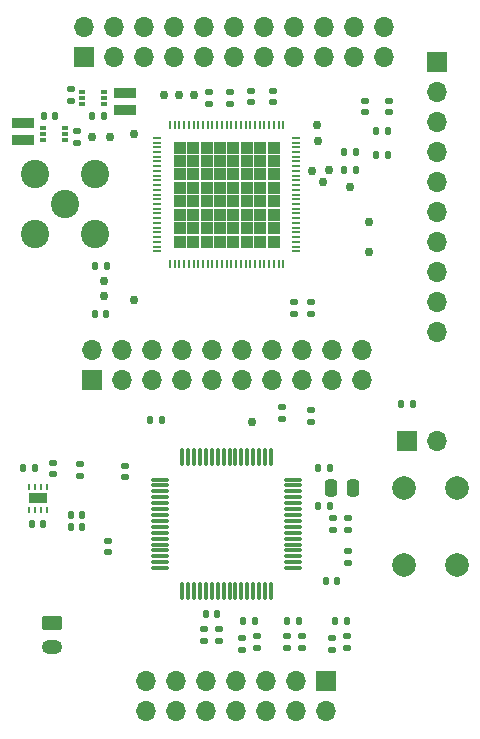
<source format=gbr>
%TF.GenerationSoftware,KiCad,Pcbnew,(6.0.7)*%
%TF.CreationDate,2022-09-29T10:24:13-07:00*%
%TF.ProjectId,sulu_ads1299,73756c75-5f61-4647-9331-3239392e6b69,rev?*%
%TF.SameCoordinates,Original*%
%TF.FileFunction,Soldermask,Top*%
%TF.FilePolarity,Negative*%
%FSLAX46Y46*%
G04 Gerber Fmt 4.6, Leading zero omitted, Abs format (unit mm)*
G04 Created by KiCad (PCBNEW (6.0.7)) date 2022-09-29 10:24:13*
%MOMM*%
%LPD*%
G01*
G04 APERTURE LIST*
G04 Aperture macros list*
%AMRoundRect*
0 Rectangle with rounded corners*
0 $1 Rounding radius*
0 $2 $3 $4 $5 $6 $7 $8 $9 X,Y pos of 4 corners*
0 Add a 4 corners polygon primitive as box body*
4,1,4,$2,$3,$4,$5,$6,$7,$8,$9,$2,$3,0*
0 Add four circle primitives for the rounded corners*
1,1,$1+$1,$2,$3*
1,1,$1+$1,$4,$5*
1,1,$1+$1,$6,$7*
1,1,$1+$1,$8,$9*
0 Add four rect primitives between the rounded corners*
20,1,$1+$1,$2,$3,$4,$5,0*
20,1,$1+$1,$4,$5,$6,$7,0*
20,1,$1+$1,$6,$7,$8,$9,0*
20,1,$1+$1,$8,$9,$2,$3,0*%
G04 Aperture macros list end*
%ADD10RoundRect,0.140000X0.170000X-0.140000X0.170000X0.140000X-0.170000X0.140000X-0.170000X-0.140000X0*%
%ADD11RoundRect,0.140000X-0.140000X-0.170000X0.140000X-0.170000X0.140000X0.170000X-0.140000X0.170000X0*%
%ADD12C,0.762000*%
%ADD13RoundRect,0.135000X0.185000X-0.135000X0.185000X0.135000X-0.185000X0.135000X-0.185000X-0.135000X0*%
%ADD14RoundRect,0.140000X0.140000X0.170000X-0.140000X0.170000X-0.140000X-0.170000X0.140000X-0.170000X0*%
%ADD15R,0.250000X0.500000*%
%ADD16R,1.600000X0.900000*%
%ADD17RoundRect,0.140000X-0.170000X0.140000X-0.170000X-0.140000X0.170000X-0.140000X0.170000X0.140000X0*%
%ADD18RoundRect,0.135000X0.135000X0.185000X-0.135000X0.185000X-0.135000X-0.185000X0.135000X-0.185000X0*%
%ADD19R,0.500000X0.300000*%
%ADD20RoundRect,0.135000X-0.135000X-0.185000X0.135000X-0.185000X0.135000X0.185000X-0.135000X0.185000X0*%
%ADD21RoundRect,0.135000X-0.185000X0.135000X-0.185000X-0.135000X0.185000X-0.135000X0.185000X0.135000X0*%
%ADD22RoundRect,0.075000X0.075000X-0.662500X0.075000X0.662500X-0.075000X0.662500X-0.075000X-0.662500X0*%
%ADD23RoundRect,0.075000X0.662500X-0.075000X0.662500X0.075000X-0.662500X0.075000X-0.662500X-0.075000X0*%
%ADD24R,1.700000X1.700000*%
%ADD25O,1.700000X1.700000*%
%ADD26O,0.800000X0.200000*%
%ADD27O,0.200000X0.800000*%
%ADD28C,0.568750*%
%ADD29R,1.137500X1.137500*%
%ADD30C,2.000000*%
%ADD31R,1.900000X0.850000*%
%ADD32RoundRect,0.250000X-0.250000X-0.475000X0.250000X-0.475000X0.250000X0.475000X-0.250000X0.475000X0*%
%ADD33C,2.400000*%
%ADD34RoundRect,0.250000X-0.625000X0.350000X-0.625000X-0.350000X0.625000X-0.350000X0.625000X0.350000X0*%
%ADD35O,1.750000X1.200000*%
G04 APERTURE END LIST*
D10*
%TO.C,C26*%
X81788000Y-92329000D03*
X81788000Y-91369000D03*
%TD*%
D11*
%TO.C,C23*%
X106477000Y-66548000D03*
X107437000Y-66548000D03*
%TD*%
D12*
%TO.C,J8*%
X98679000Y-87884000D03*
%TD*%
D13*
%TO.C,R7*%
X94615000Y-106430000D03*
X94615000Y-105410000D03*
%TD*%
%TO.C,R9*%
X97790000Y-107190000D03*
X97790000Y-106170000D03*
%TD*%
D10*
%TO.C,C15*%
X106779000Y-99794000D03*
X106779000Y-98834000D03*
%TD*%
D14*
%TO.C,C25*%
X86332000Y-78740000D03*
X85372000Y-78740000D03*
%TD*%
D13*
%TO.C,R14*%
X106680000Y-107065000D03*
X106680000Y-106045000D03*
%TD*%
D15*
%TO.C,U3*%
X79768000Y-95311000D03*
X80268000Y-95311000D03*
X80768000Y-95311000D03*
X81268000Y-95311000D03*
X81268000Y-93411000D03*
X80768000Y-93411000D03*
X80268000Y-93411000D03*
X79768000Y-93411000D03*
D16*
X80518000Y-94361000D03*
%TD*%
D10*
%TO.C,C5*%
X94996000Y-60932000D03*
X94996000Y-59972000D03*
%TD*%
D14*
%TO.C,C24*%
X86355000Y-74676000D03*
X85395000Y-74676000D03*
%TD*%
D17*
%TO.C,C2*%
X110236000Y-60711000D03*
X110236000Y-61671000D03*
%TD*%
%TO.C,C22*%
X100457000Y-59868000D03*
X100457000Y-60828000D03*
%TD*%
D12*
%TO.C,J19*%
X104648000Y-67564000D03*
%TD*%
D18*
%TO.C,R3*%
X110215000Y-63246000D03*
X109195000Y-63246000D03*
%TD*%
D12*
%TO.C,J21*%
X108585000Y-70993000D03*
%TD*%
D17*
%TO.C,C_1.8_IN1*%
X83820000Y-63297000D03*
X83820000Y-64257000D03*
%TD*%
D12*
%TO.C,J10*%
X92456000Y-60198000D03*
%TD*%
D13*
%TO.C,R12*%
X102870000Y-107065000D03*
X102870000Y-106045000D03*
%TD*%
%TO.C,R11*%
X101600000Y-107065000D03*
X101600000Y-106045000D03*
%TD*%
D19*
%TO.C,U2*%
X86106000Y-60960000D03*
X86106000Y-60460000D03*
X86106000Y-59960000D03*
X84306000Y-59960000D03*
X84306000Y-60460000D03*
X84306000Y-60960000D03*
%TD*%
D11*
%TO.C,C14*%
X104930000Y-101346000D03*
X105890000Y-101346000D03*
%TD*%
D13*
%TO.C,R13*%
X105410000Y-107190000D03*
X105410000Y-106170000D03*
%TD*%
D20*
%TO.C,R4*%
X109195000Y-65278000D03*
X110215000Y-65278000D03*
%TD*%
D17*
%TO.C,C21*%
X98552000Y-59868000D03*
X98552000Y-60828000D03*
%TD*%
D12*
%TO.C,J17*%
X103759000Y-66675000D03*
%TD*%
D14*
%TO.C,C6*%
X80264000Y-91821000D03*
X79304000Y-91821000D03*
%TD*%
D13*
%TO.C,R8*%
X95885000Y-106430000D03*
X95885000Y-105410000D03*
%TD*%
D21*
%TO.C,R2*%
X103632000Y-86866000D03*
X103632000Y-87886000D03*
%TD*%
D17*
%TO.C,C11*%
X87884000Y-91595000D03*
X87884000Y-92555000D03*
%TD*%
D10*
%TO.C,C13*%
X106807000Y-97000000D03*
X106807000Y-96040000D03*
%TD*%
D21*
%TO.C,R1*%
X101219000Y-86612000D03*
X101219000Y-87632000D03*
%TD*%
D10*
%TO.C,C12*%
X105537000Y-97000000D03*
X105537000Y-96040000D03*
%TD*%
D19*
%TO.C,U1*%
X81004000Y-63008000D03*
X81004000Y-63508000D03*
X81004000Y-64008000D03*
X82804000Y-64008000D03*
X82804000Y-63508000D03*
X82804000Y-63008000D03*
%TD*%
D21*
%TO.C,R5*%
X96774000Y-59965000D03*
X96774000Y-60985000D03*
%TD*%
D11*
%TO.C,C29*%
X94770000Y-104140000D03*
X95730000Y-104140000D03*
%TD*%
D14*
%TO.C,C17*%
X84300000Y-96774000D03*
X83340000Y-96774000D03*
%TD*%
D22*
%TO.C,U4*%
X92765000Y-102182500D03*
X93265000Y-102182500D03*
X93765000Y-102182500D03*
X94265000Y-102182500D03*
X94765000Y-102182500D03*
X95265000Y-102182500D03*
X95765000Y-102182500D03*
X96265000Y-102182500D03*
X96765000Y-102182500D03*
X97265000Y-102182500D03*
X97765000Y-102182500D03*
X98265000Y-102182500D03*
X98765000Y-102182500D03*
X99265000Y-102182500D03*
X99765000Y-102182500D03*
X100265000Y-102182500D03*
D23*
X102177500Y-100270000D03*
X102177500Y-99770000D03*
X102177500Y-99270000D03*
X102177500Y-98770000D03*
X102177500Y-98270000D03*
X102177500Y-97770000D03*
X102177500Y-97270000D03*
X102177500Y-96770000D03*
X102177500Y-96270000D03*
X102177500Y-95770000D03*
X102177500Y-95270000D03*
X102177500Y-94770000D03*
X102177500Y-94270000D03*
X102177500Y-93770000D03*
X102177500Y-93270000D03*
X102177500Y-92770000D03*
D22*
X100265000Y-90857500D03*
X99765000Y-90857500D03*
X99265000Y-90857500D03*
X98765000Y-90857500D03*
X98265000Y-90857500D03*
X97765000Y-90857500D03*
X97265000Y-90857500D03*
X96765000Y-90857500D03*
X96265000Y-90857500D03*
X95765000Y-90857500D03*
X95265000Y-90857500D03*
X94765000Y-90857500D03*
X94265000Y-90857500D03*
X93765000Y-90857500D03*
X93265000Y-90857500D03*
X92765000Y-90857500D03*
D23*
X90852500Y-92770000D03*
X90852500Y-93270000D03*
X90852500Y-93770000D03*
X90852500Y-94270000D03*
X90852500Y-94770000D03*
X90852500Y-95270000D03*
X90852500Y-95770000D03*
X90852500Y-96270000D03*
X90852500Y-96770000D03*
X90852500Y-97270000D03*
X90852500Y-97770000D03*
X90852500Y-98270000D03*
X90852500Y-98770000D03*
X90852500Y-99270000D03*
X90852500Y-99770000D03*
X90852500Y-100270000D03*
%TD*%
D14*
%TO.C,C18*%
X84300000Y-95758000D03*
X83340000Y-95758000D03*
%TD*%
D12*
%TO.C,J22*%
X108585000Y-73533000D03*
%TD*%
D14*
%TO.C,C7*%
X80998000Y-96520000D03*
X80038000Y-96520000D03*
%TD*%
D12*
%TO.C,J13*%
X88646000Y-63500000D03*
%TD*%
D24*
%TO.C,J7*%
X104962000Y-109855000D03*
D25*
X104962000Y-112395000D03*
X102422000Y-109855000D03*
X102422000Y-112395000D03*
X99882000Y-109855000D03*
X99882000Y-112395000D03*
X97342000Y-109855000D03*
X97342000Y-112395000D03*
X94802000Y-109855000D03*
X94802000Y-112395000D03*
X92262000Y-109855000D03*
X92262000Y-112395000D03*
X89722000Y-109855000D03*
X89722000Y-112395000D03*
%TD*%
D12*
%TO.C,J25*%
X88646000Y-77597000D03*
%TD*%
D26*
%TO.C,U5*%
X90620000Y-63838000D03*
X90620000Y-64238000D03*
X90620000Y-64638000D03*
X90620000Y-65038000D03*
X90620000Y-65438000D03*
X90620000Y-65838000D03*
X90620000Y-66238000D03*
X90620000Y-66638000D03*
X90620000Y-67038000D03*
X90620000Y-67438000D03*
X90620000Y-67838000D03*
X90620000Y-68238000D03*
X90620000Y-68638000D03*
X90620000Y-69038000D03*
X90620000Y-69438000D03*
X90620000Y-69838000D03*
X90620000Y-70238000D03*
X90620000Y-70638000D03*
X90620000Y-71038000D03*
X90620000Y-71438000D03*
X90620000Y-71838000D03*
X90620000Y-72238000D03*
X90620000Y-72638000D03*
X90620000Y-73038000D03*
X90620000Y-73438000D03*
D27*
X91720000Y-74538000D03*
X92120000Y-74538000D03*
X92520000Y-74538000D03*
X92920000Y-74538000D03*
X93320000Y-74538000D03*
X93720000Y-74538000D03*
X94120000Y-74538000D03*
X94520000Y-74538000D03*
X94920000Y-74538000D03*
X95320000Y-74538000D03*
X95720000Y-74538000D03*
X96120000Y-74538000D03*
X96520000Y-74538000D03*
X96920000Y-74538000D03*
X97320000Y-74538000D03*
X97720000Y-74538000D03*
X98120000Y-74538000D03*
X98520000Y-74538000D03*
X98920000Y-74538000D03*
X99320000Y-74538000D03*
X99720000Y-74538000D03*
X100120000Y-74538000D03*
X100520000Y-74538000D03*
X100920000Y-74538000D03*
X101320000Y-74538000D03*
D26*
X102420000Y-73438000D03*
X102420000Y-73038000D03*
X102420000Y-72638000D03*
X102420000Y-72238000D03*
X102420000Y-71838000D03*
X102420000Y-71438000D03*
X102420000Y-71038000D03*
X102420000Y-70638000D03*
X102420000Y-70238000D03*
X102420000Y-69838000D03*
X102420000Y-69438000D03*
X102420000Y-69038000D03*
X102420000Y-68638000D03*
X102420000Y-68238000D03*
X102420000Y-67838000D03*
X102420000Y-67438000D03*
X102420000Y-67038000D03*
X102420000Y-66638000D03*
X102420000Y-66238000D03*
X102420000Y-65838000D03*
X102420000Y-65438000D03*
X102420000Y-65038000D03*
X102420000Y-64638000D03*
X102420000Y-64238000D03*
X102420000Y-63838000D03*
D27*
X101320000Y-62738000D03*
X100920000Y-62738000D03*
X100520000Y-62738000D03*
X100120000Y-62738000D03*
X99720000Y-62738000D03*
X99320000Y-62738000D03*
X98920000Y-62738000D03*
X98520000Y-62738000D03*
X98120000Y-62738000D03*
X97720000Y-62738000D03*
X97320000Y-62738000D03*
X96920000Y-62738000D03*
X96520000Y-62738000D03*
X96120000Y-62738000D03*
X95720000Y-62738000D03*
X95320000Y-62738000D03*
X94920000Y-62738000D03*
X94520000Y-62738000D03*
X94120000Y-62738000D03*
X93720000Y-62738000D03*
X93320000Y-62738000D03*
X92920000Y-62738000D03*
X92520000Y-62738000D03*
X92120000Y-62738000D03*
X91720000Y-62738000D03*
D28*
X95951250Y-68069250D03*
X100501250Y-66931750D03*
X99363750Y-66931750D03*
X100501250Y-70344250D03*
X94813750Y-70344250D03*
D29*
X92538750Y-66931750D03*
D28*
X99363750Y-64656750D03*
X93676250Y-70344250D03*
D29*
X95951250Y-71481750D03*
X100501250Y-72619250D03*
D28*
X97088750Y-68069250D03*
X100501250Y-65794250D03*
X100501250Y-72619250D03*
D29*
X100501250Y-65794250D03*
X92538750Y-70344250D03*
D28*
X95951250Y-69206750D03*
X93676250Y-71481750D03*
D29*
X95951250Y-64656750D03*
X93676250Y-65794250D03*
X93676250Y-68069250D03*
D28*
X97088750Y-70344250D03*
X99363750Y-70344250D03*
D29*
X97088750Y-68069250D03*
D28*
X94813750Y-72619250D03*
D29*
X94813750Y-64656750D03*
D28*
X95951250Y-72619250D03*
X94813750Y-66931750D03*
X94813750Y-65794250D03*
X97088750Y-69206750D03*
D29*
X94813750Y-70344250D03*
X94813750Y-68069250D03*
X100501250Y-66931750D03*
X98226250Y-66931750D03*
X92538750Y-71481750D03*
X100501250Y-71481750D03*
D28*
X97088750Y-72619250D03*
D29*
X93676250Y-72619250D03*
X98226250Y-69206750D03*
X94813750Y-69206750D03*
D28*
X100501250Y-68069250D03*
X98226250Y-70344250D03*
X98226250Y-72619250D03*
X95951250Y-71481750D03*
X99363750Y-68069250D03*
D29*
X99363750Y-68069250D03*
X97088750Y-70344250D03*
D28*
X98226250Y-65794250D03*
X99363750Y-65794250D03*
D29*
X95951250Y-65794250D03*
D28*
X94813750Y-64656750D03*
D29*
X97088750Y-71481750D03*
D28*
X97088750Y-66931750D03*
D29*
X93676250Y-64656750D03*
D28*
X98226250Y-66931750D03*
X97088750Y-71481750D03*
D29*
X98226250Y-68069250D03*
D28*
X92538750Y-69206750D03*
X100501250Y-64656750D03*
X95951250Y-65794250D03*
X94813750Y-69206750D03*
X97088750Y-65794250D03*
D29*
X94813750Y-72619250D03*
D28*
X100501250Y-69206750D03*
D29*
X99363750Y-66931750D03*
D28*
X93676250Y-72619250D03*
D29*
X97088750Y-64656750D03*
X97088750Y-66931750D03*
X98226250Y-65794250D03*
X93676250Y-66931750D03*
D28*
X92538750Y-65794250D03*
D29*
X98226250Y-64656750D03*
D28*
X92538750Y-72619250D03*
D29*
X99363750Y-71481750D03*
X97088750Y-72619250D03*
X93676250Y-71481750D03*
D28*
X98226250Y-69206750D03*
D29*
X93676250Y-69206750D03*
X95951250Y-69206750D03*
D28*
X99363750Y-72619250D03*
D29*
X93676250Y-70344250D03*
D28*
X92538750Y-71481750D03*
D29*
X98226250Y-72619250D03*
X98226250Y-71481750D03*
X92538750Y-72619250D03*
D28*
X98226250Y-68069250D03*
X93676250Y-69206750D03*
X100501250Y-71481750D03*
D29*
X100501250Y-70344250D03*
X92538750Y-64656750D03*
X95951250Y-70344250D03*
X100501250Y-64656750D03*
X99363750Y-64656750D03*
D28*
X93676250Y-68069250D03*
D29*
X97088750Y-65794250D03*
X99363750Y-69206750D03*
X97088750Y-69206750D03*
D28*
X98226250Y-71481750D03*
D29*
X92538750Y-69206750D03*
D28*
X99363750Y-69206750D03*
D29*
X94813750Y-66931750D03*
X100501250Y-68069250D03*
D28*
X92538750Y-64656750D03*
D29*
X100501250Y-69206750D03*
X92538750Y-65794250D03*
D28*
X93676250Y-65794250D03*
X95951250Y-66931750D03*
D29*
X94813750Y-71481750D03*
D28*
X94813750Y-68069250D03*
D29*
X92538750Y-68069250D03*
X94813750Y-65794250D03*
X98226250Y-70344250D03*
D28*
X94813750Y-71481750D03*
D29*
X95951250Y-66931750D03*
D28*
X98226250Y-64656750D03*
X95951250Y-64656750D03*
D29*
X99363750Y-65794250D03*
D28*
X99363750Y-71481750D03*
X97088750Y-64656750D03*
D29*
X99363750Y-72619250D03*
X95951250Y-68069250D03*
D28*
X93676250Y-66931750D03*
X95951250Y-70344250D03*
X92538750Y-66931750D03*
D29*
X95951250Y-72619250D03*
D28*
X92538750Y-70344250D03*
X93676250Y-64656750D03*
D29*
X99363750Y-70344250D03*
D28*
X92538750Y-68069250D03*
%TD*%
D12*
%TO.C,J9*%
X91186000Y-60198000D03*
%TD*%
D14*
%TO.C,C10*%
X91031000Y-87757000D03*
X90071000Y-87757000D03*
%TD*%
D12*
%TO.C,J20*%
X106934000Y-68021200D03*
%TD*%
D17*
%TO.C,C1*%
X108204000Y-60711000D03*
X108204000Y-61671000D03*
%TD*%
D14*
%TO.C,C_1.8_OUT1*%
X81991000Y-61976000D03*
X81031000Y-61976000D03*
%TD*%
D30*
%TO.C,SW1*%
X111542000Y-93524000D03*
X111542000Y-100024000D03*
X116042000Y-100024000D03*
X116042000Y-93524000D03*
%TD*%
D10*
%TO.C,C9*%
X86461600Y-98905000D03*
X86461600Y-97945000D03*
%TD*%
D31*
%TO.C,L2*%
X87884000Y-61468000D03*
X87884000Y-60018000D03*
%TD*%
D12*
%TO.C,J12*%
X104140000Y-62738000D03*
%TD*%
D17*
%TO.C,C3*%
X102235000Y-77752000D03*
X102235000Y-78712000D03*
%TD*%
D11*
%TO.C,C27*%
X101656000Y-104775000D03*
X102616000Y-104775000D03*
%TD*%
D12*
%TO.C,J16*%
X85090000Y-63754000D03*
%TD*%
%TO.C,J24*%
X86106000Y-77216000D03*
%TD*%
D10*
%TO.C,C8*%
X84074000Y-92428000D03*
X84074000Y-91468000D03*
%TD*%
D32*
%TO.C,C20*%
X105349000Y-93472000D03*
X107249000Y-93472000D03*
%TD*%
D12*
%TO.C,J15*%
X104267000Y-64135000D03*
%TD*%
D13*
%TO.C,R10*%
X99060000Y-107065000D03*
X99060000Y-106045000D03*
%TD*%
D12*
%TO.C,J11*%
X93726000Y-60198000D03*
%TD*%
D11*
%TO.C,C_1.1_OUT1*%
X85141000Y-61976000D03*
X86101000Y-61976000D03*
%TD*%
D12*
%TO.C,J23*%
X86106000Y-75946000D03*
%TD*%
D20*
%TO.C,R15*%
X111250000Y-86360000D03*
X112270000Y-86360000D03*
%TD*%
D11*
%TO.C,C19*%
X104295000Y-91821000D03*
X105255000Y-91821000D03*
%TD*%
%TO.C,C16*%
X104295000Y-94996000D03*
X105255000Y-94996000D03*
%TD*%
D20*
%TO.C,R6*%
X106447000Y-65024000D03*
X107467000Y-65024000D03*
%TD*%
D11*
%TO.C,C30*%
X97945000Y-104775000D03*
X98905000Y-104775000D03*
%TD*%
D12*
%TO.C,J14*%
X86614000Y-63754000D03*
%TD*%
D33*
%TO.C,J1*%
X82804000Y-69469000D03*
X80264000Y-66929000D03*
X85344000Y-66929000D03*
X80264000Y-72009000D03*
X85344000Y-72009000D03*
%TD*%
D34*
%TO.C,J6*%
X81703000Y-104918000D03*
D35*
X81703000Y-106918000D03*
%TD*%
D11*
%TO.C,C28*%
X105720000Y-104775000D03*
X106680000Y-104775000D03*
%TD*%
D31*
%TO.C,L1*%
X79248000Y-62558000D03*
X79248000Y-64008000D03*
%TD*%
D12*
%TO.C,J18*%
X105156000Y-66548000D03*
%TD*%
D10*
%TO.C,C_1.1_IN1*%
X83312000Y-60701000D03*
X83312000Y-59741000D03*
%TD*%
D24*
%TO.C,J2*%
X111760000Y-89535000D03*
D25*
X114300000Y-89535000D03*
%TD*%
D17*
%TO.C,C4*%
X103632000Y-77752000D03*
X103632000Y-78712000D03*
%TD*%
D24*
%TO.C,J3*%
X114300000Y-57404000D03*
D25*
X114300000Y-59944000D03*
X114300000Y-62484000D03*
X114300000Y-65024000D03*
X114300000Y-67564000D03*
X114300000Y-70104000D03*
X114300000Y-72644000D03*
X114300000Y-75184000D03*
X114300000Y-77724000D03*
X114300000Y-80264000D03*
%TD*%
D24*
%TO.C,J4*%
X85120000Y-84348000D03*
D25*
X85120000Y-81808000D03*
X87660000Y-84348000D03*
X87660000Y-81808000D03*
X90200000Y-84348000D03*
X90200000Y-81808000D03*
X92740000Y-84348000D03*
X92740000Y-81808000D03*
X95280000Y-84348000D03*
X95280000Y-81808000D03*
X97820000Y-84348000D03*
X97820000Y-81808000D03*
X100360000Y-84348000D03*
X100360000Y-81808000D03*
X102900000Y-84348000D03*
X102900000Y-81808000D03*
X105440000Y-84348000D03*
X105440000Y-81808000D03*
X107980000Y-84348000D03*
X107980000Y-81808000D03*
%TD*%
D24*
%TO.C,J5*%
X84455000Y-57023000D03*
D25*
X84455000Y-54483000D03*
X86995000Y-57023000D03*
X86995000Y-54483000D03*
X89535000Y-57023000D03*
X89535000Y-54483000D03*
X92075000Y-57023000D03*
X92075000Y-54483000D03*
X94615000Y-57023000D03*
X94615000Y-54483000D03*
X97155000Y-57023000D03*
X97155000Y-54483000D03*
X99695000Y-57023000D03*
X99695000Y-54483000D03*
X102235000Y-57023000D03*
X102235000Y-54483000D03*
X104775000Y-57023000D03*
X104775000Y-54483000D03*
X107315000Y-57023000D03*
X107315000Y-54483000D03*
X109855000Y-57023000D03*
X109855000Y-54483000D03*
%TD*%
M02*

</source>
